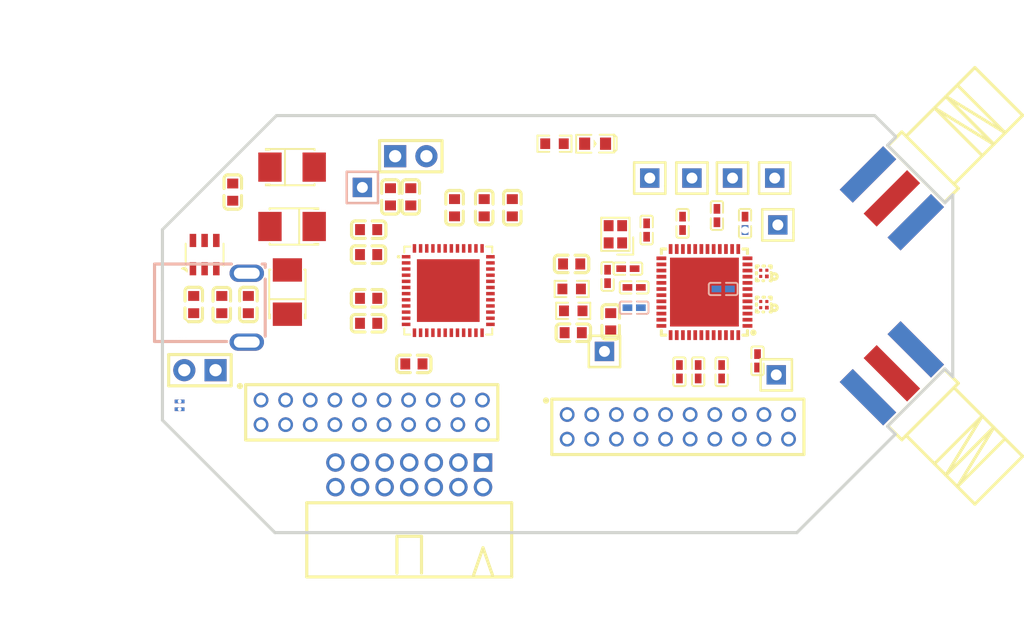
<source format=kicad_pcb>
(kicad_pcb (version 20221018) (generator pcbnew)
  (layers (0 "F.Cu" signal) (31 "B.Cu" signal) (34 "B.Paste" user) (35 "F.Paste" user) (36 "B.SilkS" user "B.Silkscreen") (37 "F.SilkS" user "F.Silkscreen") (38 "B.Mask" user) (39 "F.Mask" user) (44 "Edge.Cuts" user))
  (net 0 "")
  (footprint "AutoGenerated:Pad_0.30mm" (layer "F.Cu") (at 34.671 51.308)
    (fp_text reference "" (at 0 0) (layer "F.SilkS") (effects (font (size 1.27 1.27))))
    (fp_text value "" (at 0 0) (layer "F.SilkS") (effects (font (size 1.27 1.27))))
    (pad "49" thru_hole rect (at 0 0 90) (size 0.3 0.8) (drill 0.61) (layers "*.Cu" "*.Paste" "*.Mask"))
  )
  (footprint "easyeda:HDR-M-2.54_1X1" (layer "F.Cu") (at 83.058 33.147)
    (fp_text reference "J5" hide)
    (fp_text value "HDR-M-2.54_1x1" hide)
    (pad "1" thru_hole rect (at 0 0 270) (size 1.575 1.575) (drill 0.889) (layers "*.Cu" "*.Paste" "*.Mask"))
  )
  (footprint "easyeda:C0603" (layer "F.Cu") (at 53.721 48.26)
    (fp_text reference "C31" hide)
    (fp_text value "2.2uF" hide)
    (pad "1" smd rect (at -0.7 0) (size 0.8 0.9) (layers "F.Cu" "F.Paste" "F.Mask"))
    (pad "2" smd rect (at 0.7 0) (size 0.8 0.9) (layers "F.Cu" "F.Paste" "F.Mask"))
  )
  (footprint "easyeda:C0402" (layer "F.Cu") (at 78.359 36.195 90)
    (fp_text reference "C7" hide)
    (fp_text value "100pF" hide)
    (pad "1" smd rect (at -0.545 0 90) (size 0.79 0.54) (layers "F.Cu" "F.Paste" "F.Mask"))
    (pad "2" smd rect (at 0.545 0 90) (size 0.79 0.54) (layers "F.Cu" "F.Paste" "F.Mask"))
  )
  (footprint "easyeda:RF-SMA-SMD_HX-SMA-P-9631" (layer "F.Cu") (at 92.583 49.022 45)
    (fp_text reference "ANT_SMA1" hide)
    (fp_text value "HX-SMA-P-9631" hide)
    (fp_line (start -3.3 2.8) (end 3.3 2.8) (stroke (width 0.254)) (layer "Edge.Cuts"))
    (fp_line (start -3.3 3.7) (end -3.3 2.8) (stroke (width 0.254)) (layer "Edge.Cuts"))
    (fp_line (start 3.3 2.8) (end 3.3 3.7) (stroke (width 0.254)) (layer "Edge.Cuts"))
    (pad "1" smd rect (at -2.75 0 45) (size 1.5 5) (layers "F.Cu" "F.Paste" "F.Mask"))
    (pad "2" smd rect (at 2.75 0 45) (size 1.5 5) (layers "F.Cu" "F.Paste" "F.Mask"))
    (pad "3" smd rect (at -2.75 0 45) (size 1.5 5) (layers "B.Cu" "B.Paste" "B.Mask"))
    (pad "4" smd rect (at 2.75 0 45) (size 1.5 5) (layers "B.Cu" "B.Paste" "B.Mask"))
    (pad "5" smd rect (at 0 0 45) (size 1.5 5) (layers "F.Cu" "F.Paste" "F.Mask"))
  )
  (footprint "easyeda:R0603" (layer "F.Cu") (at 66.548 42.164 180)
    (fp_text reference "R1" hide)
    (fp_text value "1.2k" hide)
    (pad "1" smd rect (at -0.753 0 180) (size 0.806 0.864) (layers "F.Cu" "F.Paste" "F.Mask"))
    (pad "2" smd rect (at 0.753 0 180) (size 0.806 0.864) (layers "F.Cu" "F.Paste" "F.Mask"))
  )
  (footprint "easyeda:TQFN-48_L7.0-W7.0-P0.50-TL-EP5.6" (layer "F.Cu") (at 77.343 42.418 180)
    (fp_text reference "U5" hide)
    (fp_text value "-" hide)
    (pad "1" smd rect (at -3.5 -2.751 90) (size 0.3 0.8) (layers "F.Cu" "F.Paste" "F.Mask"))
    (pad "2" smd rect (at -3.5 -2.25 90) (size 0.3 0.8) (layers "F.Cu" "F.Paste" "F.Mask"))
    (pad "3" smd rect (at -3.5 -1.75 90) (size 0.3 0.8) (layers "F.Cu" "F.Paste" "F.Mask"))
    (pad "4" smd rect (at -3.5 -1.251 90) (size 0.3 0.8) (layers "F.Cu" "F.Paste" "F.Mask"))
    (pad "5" smd rect (at -3.5 -0.751 90) (size 0.3 0.8) (layers "F.Cu" "F.Paste" "F.Mask"))
    (pad "6" smd rect (at -3.5 -0.251 90) (size 0.3 0.8) (layers "F.Cu" "F.Paste" "F.Mask"))
    (pad "7" smd rect (at -3.5 0.249 90) (size 0.3 0.8) (layers "F.Cu" "F.Paste" "F.Mask"))
    (pad "8" smd rect (at -3.5 0.749 90) (size 0.3 0.8) (layers "F.Cu" "F.Paste" "F.Mask"))
    (pad "9" smd rect (at -3.5 1.25 90) (size 0.3 0.8) (layers "F.Cu" "F.Paste" "F.Mask"))
    (pad "10" smd rect (at -3.5 1.75 90) (size 0.3 0.8) (layers "F.Cu" "F.Paste" "F.Mask"))
    (pad "11" smd rect (at -3.5 2.249 90) (size 0.3 0.8) (layers "F.Cu" "F.Paste" "F.Mask"))
    (pad "12" smd rect (at -3.5 2.748 90) (size 0.3 0.8) (layers "F.Cu" "F.Paste" "F.Mask"))
    (pad "13" smd rect (at -2.751 3.5) (size 0.3 0.8) (layers "F.Cu" "F.Paste" "F.Mask"))
    (pad "14" smd rect (at -2.251 3.5) (size 0.3 0.8) (layers "F.Cu" "F.Paste" "F.Mask"))
    (pad "15" smd rect (at -1.75 3.5) (size 0.3 0.8) (layers "F.Cu" "F.Paste" "F.Mask"))
    (pad "16" smd rect (at -1.25 3.5) (size 0.3 0.8) (layers "F.Cu" "F.Paste" "F.Mask"))
    (pad "17" smd rect (at -0.75 3.5) (size 0.3 0.8) (layers "F.Cu" "F.Paste" "F.Mask"))
    (pad "18" smd rect (at -0.25 3.5) (size 0.3 0.8) (layers "F.Cu" "F.Paste" "F.Mask"))
    (pad "19" smd rect (at 0.249 3.5) (size 0.3 0.8) (layers "F.Cu" "F.Paste" "F.Mask"))
    (pad "20" smd rect (at 0.75 3.5) (size 0.3 0.8) (layers "F.Cu" "F.Paste" "F.Mask"))
    (pad "21" smd rect (at 1.25 3.5) (size 0.3 0.8) (layers "F.Cu" "F.Paste" "F.Mask"))
    (pad "22" smd rect (at 1.75 3.5) (size 0.3 0.8) (layers "F.Cu" "F.Paste" "F.Mask"))
    (pad "23" smd rect (at 2.251 3.5) (size 0.3 0.8) (layers "F.Cu" "F.Paste" "F.Mask"))
    (pad "24" smd rect (at 2.751 3.5) (size 0.3 0.8) (layers "F.Cu" "F.Paste" "F.Mask"))
    (pad "25" smd rect (at 3.5 2.748 90) (size 0.3 0.8) (layers "F.Cu" "F.Paste" "F.Mask"))
    (pad "26" smd rect (at 3.5 2.249 90) (size 0.3 0.8) (layers "F.Cu" "F.Paste" "F.Mask"))
    (pad "27" smd rect (at 3.5 1.75 90) (size 0.3 0.8) (layers "F.Cu" "F.Paste" "F.Mask"))
    (pad "28" smd rect (at 3.5 1.25 90) (size 0.3 0.8) (layers "F.Cu" "F.Paste" "F.Mask"))
    (pad "29" smd rect (at 3.5 0.749 90) (size 0.3 0.8) (layers "F.Cu" "F.Paste" "F.Mask"))
    (pad "30" smd rect (at 3.5 0.249 90) (size 0.3 0.8) (layers "F.Cu" "F.Paste" "F.Mask"))
    (pad "31" smd rect (at 3.5 -0.251 90) (size 0.3 0.8) (layers "F.Cu" "F.Paste" "F.Mask"))
    (pad "32" smd rect (at 3.5 -0.751 90) (size 0.3 0.8) (layers "F.Cu" "F.Paste" "F.Mask"))
    (pad "33" smd rect (at 3.5 -1.251 90) (size 0.3 0.8) (layers "F.Cu" "F.Paste" "F.Mask"))
    (pad "34" smd rect (at 3.5 -1.75 90) (size 0.3 0.8) (layers "F.Cu" "F.Paste" "F.Mask"))
    (pad "35" smd rect (at 3.5 -2.25 90) (size 0.3 0.8) (layers "F.Cu" "F.Paste" "F.Mask"))
    (pad "36" smd rect (at 3.5 -2.751 90) (size 0.3 0.8) (layers "F.Cu" "F.Paste" "F.Mask"))
    (pad "37" smd rect (at 2.751 -3.5) (size 0.3 0.8) (layers "F.Cu" "F.Paste" "F.Mask"))
    (pad "38" smd rect (at 2.251 -3.5) (size 0.3 0.8) (layers "F.Cu" "F.Paste" "F.Mask"))
    (pad "39" smd rect (at 1.75 -3.5) (size 0.3 0.8) (layers "F.Cu" "F.Paste" "F.Mask"))
    (pad "40" smd rect (at 1.25 -3.5) (size 0.3 0.8) (layers "F.Cu" "F.Paste" "F.Mask"))
    (pad "41" smd rect (at 0.75 -3.5) (size 0.3 0.8) (layers "F.Cu" "F.Paste" "F.Mask"))
    (pad "42" smd rect (at 0.25 -3.5) (size 0.3 0.8) (layers "F.Cu" "F.Paste" "F.Mask"))
    (pad "43" smd rect (at -0.25 -3.5) (size 0.3 0.8) (layers "F.Cu" "F.Paste" "F.Mask"))
    (pad "44" smd rect (at -0.75 -3.5) (size 0.3 0.8) (layers "F.Cu" "F.Paste" "F.Mask"))
    (pad "45" smd rect (at -1.25 -3.5) (size 0.3 0.8) (layers "F.Cu" "F.Paste" "F.Mask"))
    (pad "46" smd rect (at -1.75 -3.5) (size 0.3 0.8) (layers "F.Cu" "F.Paste" "F.Mask"))
    (pad "47" smd rect (at -2.251 -3.5) (size 0.3 0.8) (layers "F.Cu" "F.Paste" "F.Mask"))
    (pad "48" smd rect (at -2.751 -3.5) (size 0.3 0.8) (layers "F.Cu" "F.Paste" "F.Mask"))
    (pad "49" smd rect (at 0 -0.001) (size 5.6 5.6) (layers "F.Cu" "F.Paste" "F.Mask"))
  )
  (footprint "easyeda:C0402" (layer "F.Cu") (at 69.469 41.148 -90)
    (fp_text reference "C5" hide)
    (fp_text value "18pF" hide)
    (pad "1" smd rect (at -0.545 0 270) (size 0.79 0.54) (layers "F.Cu" "F.Paste" "F.Mask"))
    (pad "2" smd rect (at 0.545 0 270) (size 0.79 0.54) (layers "F.Cu" "F.Paste" "F.Mask"))
  )
  (footprint "easyeda:C0402" (layer "F.Cu") (at 75.311 48.895 90)
    (fp_text reference "C12" hide)
    (fp_text value "0.1u" hide)
    (pad "1" smd rect (at -0.545 0 90) (size 0.79 0.54) (layers "F.Cu" "F.Paste" "F.Mask"))
    (pad "2" smd rect (at 0.545 0 90) (size 0.79 0.54) (layers "F.Cu" "F.Paste" "F.Mask"))
  )
  (footprint "easyeda:C0603" (layer "F.Cu") (at 35.814 43.434 -90)
    (fp_text reference "C14" hide)
    (fp_text value "100nF" hide)
    (pad "1" smd rect (at -0.7 0 270) (size 0.8 0.9) (layers "F.Cu" "F.Paste" "F.Mask"))
    (pad "2" smd rect (at 0.7 0 270) (size 0.8 0.9) (layers "F.Cu" "F.Paste" "F.Mask"))
  )
  (footprint "easyeda:SOT-23-6_L2.9-W1.6-P0.95-LS2.8-BL" (layer "F.Cu") (at 36.703 39.37)
    (fp_text reference "U4" hide)
    (fp_text value "MAX8882EUTJJ" hide)
    (pad "1" smd rect (at -0.95 1.149) (size 0.532 1.072) (layers "F.Cu" "F.Paste" "F.Mask"))
    (pad "2" smd rect (at 0 1.149) (size 0.532 1.072) (layers "F.Cu" "F.Paste" "F.Mask"))
    (pad "3" smd rect (at 0.95 1.149) (size 0.532 1.072) (layers "F.Cu" "F.Paste" "F.Mask"))
    (pad "4" smd rect (at 0.95 -1.149) (size 0.532 1.072) (layers "F.Cu" "F.Paste" "F.Mask"))
    (pad "5" smd rect (at 0 -1.149) (size 0.532 1.072) (layers "F.Cu" "F.Paste" "F.Mask"))
    (pad "6" smd rect (at -0.95 -1.149) (size 0.532 1.072) (layers "F.Cu" "F.Paste" "F.Mask"))
  )
  (footprint "easyeda:C0402" (layer "F.Cu") (at 80.645 36.83 -90)
    (fp_text reference "C9" hide)
    (fp_text value "0.1u" hide)
    (pad "1" smd rect (at -0.545 0 270) (size 0.79 0.54) (layers "F.Cu" "F.Paste" "F.Mask"))
    (pad "2" thru_hole rect (at 0.545 0 270) (size 0.79 0.54) (drill 0.61) (layers "*.Cu" "*.Paste" "*.Mask"))
  )
  (footprint "easyeda:C0603" (layer "F.Cu") (at 38.989 34.29 -90)
    (fp_text reference "C33" hide)
    (fp_text value "100nF" hide)
    (pad "1" smd rect (at -0.7 0 270) (size 0.8 0.9) (layers "F.Cu" "F.Paste" "F.Mask"))
    (pad "2" smd rect (at 0.7 0 270) (size 0.8 0.9) (layers "F.Cu" "F.Paste" "F.Mask"))
  )
  (footprint "easyeda:C0603" (layer "F.Cu") (at 66.675 45.72 180)
    (fp_text reference "C23" hide)
    (fp_text value "68pF" hide)
    (pad "1" smd rect (at -0.7 0 180) (size 0.8 0.9) (layers "F.Cu" "F.Paste" "F.Mask"))
    (pad "2" smd rect (at 0.7 0 180) (size 0.8 0.9) (layers "F.Cu" "F.Paste" "F.Mask"))
  )
  (footprint "easyeda:XFMR-SMD_4P-L1.1-W1.1-P0.50-BL" (layer "F.Cu") (at 82.169 40.894 90)
    (fp_text reference "ANT_BALUN2" hide)
    (fp_text value "50TO100ohm" hide)
    (pad "1" smd rect (at -0.25 0.25 90) (size 0.3 0.3) (layers "F.Cu" "F.Paste" "F.Mask"))
    (pad "2" smd rect (at 0.25 0.25 90) (size 0.25 0.25) (layers "F.Cu" "F.Paste" "F.Mask"))
    (pad "3" smd rect (at 0.25 -0.25 90) (size 0.25 0.25) (layers "F.Cu" "F.Paste" "F.Mask"))
    (pad "4" smd rect (at -0.25 -0.25 90) (size 0.25 0.25) (layers "F.Cu" "F.Paste" "F.Mask"))
  )
  (footprint "easyeda:HDR-M-2.54_1X1" (layer "F.Cu") (at 72.898 33.147)
    (fp_text reference "J7" hide)
    (fp_text value "HDR-M-2.54_1x1" hide)
    (pad "1" thru_hole rect (at 0 0 270) (size 1.575 1.575) (drill 0.889) (layers "*.Cu" "*.Paste" "*.Mask"))
  )
  (footprint "easyeda:DC-IN-TH_DC-047B-13A" (layer "F.Cu") (at 40.132 43.688 180)
    (fp_text reference "DC1" hide)
    (fp_text value "DC-047B-13A" hide)
    (pad "" np_thru_hole circle (at 5.502 -1.651) (size 1.6 1.6) (drill 1.6) (layers "F&B.Cu" "*.Mask"))
    (pad "" np_thru_hole circle (at 5.502 2.349) (size 1.6 1.6) (drill 1.6) (layers "F&B.Cu" "*.Mask"))
    (pad "1" thru_hole oval (at 0 -2.8 90) (size 1.4 2.8) (drill oval 0.9 2.1) (layers "*.Cu" "*.Paste" "*.Mask"))
    (pad "2" thru_hole oval (at 0 2.8 90) (size 1.4 2.8) (drill oval 0.9 2.1) (layers "*.Cu" "*.Paste" "*.Mask"))
  )
  (footprint "easyeda:C0603" (layer "F.Cu") (at 50.038 37.338 180)
    (fp_text reference "C19" hide)
    (fp_text value ".33uF" hide)
    (pad "1" smd rect (at -0.7 0 180) (size 0.8 0.9) (layers "F.Cu" "F.Paste" "F.Mask"))
    (pad "2" smd rect (at 0.7 0 180) (size 0.8 0.9) (layers "F.Cu" "F.Paste" "F.Mask"))
  )
  (footprint "easyeda:C0402" (layer "F.Cu") (at 72.644 37.375 90)
    (fp_text reference "C6" hide)
    (fp_text value "10uF" hide)
    (pad "1" smd rect (at -0.545 0 90) (size 0.79 0.54) (layers "F.Cu" "F.Paste" "F.Mask"))
    (pad "2" smd rect (at 0.545 0 90) (size 0.79 0.54) (layers "F.Cu" "F.Paste" "F.Mask"))
  )
  (footprint "easyeda:CAP-SMD_L3.5-W2.8-FD" (layer "F.Cu") (at 43.815 32.258)
    (fp_text reference "C17" hide)
    (fp_text value "10uF" hide)
    (pad "1" smd rect (at -1.799 0) (size 1.9 2.376) (layers "F.Cu" "F.Paste" "F.Mask"))
    (pad "2" smd rect (at 1.799 0) (size 1.9 2.376) (layers "F.Cu" "F.Paste" "F.Mask"))
  )
  (footprint "easyeda:CAP-SMD_L3.5-W2.8-FD" (layer "F.Cu") (at 43.815 37.084 180)
    (fp_text reference "C16" hide)
    (fp_text value "10uF" hide)
    (pad "1" smd rect (at -1.799 0 180) (size 1.9 2.376) (layers "F.Cu" "F.Paste" "F.Mask"))
    (pad "2" smd rect (at 1.799 0 180) (size 1.9 2.376) (layers "F.Cu" "F.Paste" "F.Mask"))
  )
  (footprint "easyeda:C0402" (layer "F.Cu") (at 71.628 42.037)
    (fp_text reference "C4" hide)
    (fp_text value "33pF" hide)
    (pad "1" smd rect (at -0.545 0) (size 0.79 0.54) (layers "F.Cu" "F.Paste" "F.Mask"))
    (pad "2" smd rect (at 0.545 0) (size 0.79 0.54) (layers "F.Cu" "F.Paste" "F.Mask"))
  )
  (footprint "easyeda:R0603" (layer "F.Cu") (at 66.675 43.942)
    (fp_text reference "R2" hide)
    (fp_text value "750pF" hide)
    (pad "1" smd rect (at -0.753 0) (size 0.806 0.864) (layers "F.Cu" "F.Paste" "F.Mask"))
    (pad "2" smd rect (at 0.753 0) (size 0.806 0.864) (layers "F.Cu" "F.Paste" "F.Mask"))
  )
  (footprint "easyeda:C0402" (layer "F.Cu") (at 78.74 48.895 90)
    (fp_text reference "C8" hide)
    (fp_text value "0.1u" hide)
    (pad "1" smd rect (at -0.545 0 90) (size 0.79 0.54) (layers "F.Cu" "F.Paste" "F.Mask"))
    (pad "2" smd rect (at 0.545 0 90) (size 0.79 0.54) (layers "F.Cu" "F.Paste" "F.Mask"))
  )
  (footprint "easyeda:HDR-M-2.54_1X1" (layer "F.Cu") (at 83.312 36.957)
    (fp_text reference "J1" hide)
    (fp_text value "HDR-M-2.54_1x1" hide)
    (pad "1" thru_hole rect (at 0 0 270) (size 1.575 1.575) (drill 0.889) (layers "*.Cu" "*.Paste" "*.Mask"))
  )
  (footprint "easyeda:HDR-M-2.54_1X1" (layer "F.Cu") (at 49.53 33.909)
    (fp_text reference "CLK1" hide)
    (fp_text value "HDR-M-2.54_1x1" hide)
    (pad "1" thru_hole rect (at 0 0 90) (size 1.575 1.575) (drill 0.889) (layers "*.Cu" "*.Paste" "*.Mask"))
  )
  (footprint "easyeda:C0603" (layer "F.Cu") (at 69.723 44.831 90)
    (fp_text reference "C21" hide)
    (fp_text value "100pF" hide)
    (pad "1" smd rect (at -0.7 0 90) (size 0.8 0.9) (layers "F.Cu" "F.Paste" "F.Mask"))
    (pad "2" smd rect (at 0.7 0 90) (size 0.8 0.9) (layers "F.Cu" "F.Paste" "F.Mask"))
  )
  (footprint "easyeda:C0603" (layer "F.Cu") (at 40.259 43.434 -90)
    (fp_text reference "C36" hide)
    (fp_text value "100nF" hide)
    (pad "1" smd rect (at -0.7 0 270) (size 0.8 0.9) (layers "F.Cu" "F.Paste" "F.Mask"))
    (pad "2" smd rect (at 0.7 0 270) (size 0.8 0.9) (layers "F.Cu" "F.Paste" "F.Mask"))
  )
  (footprint "easyeda:C0603" (layer "F.Cu") (at 38.1 43.434 90)
    (fp_text reference "C35" hide)
    (fp_text value "10nF" hide)
    (pad "1" smd rect (at -0.7 0 90) (size 0.8 0.9) (layers "F.Cu" "F.Paste" "F.Mask"))
    (pad "2" smd rect (at 0.7 0 90) (size 0.8 0.9) (layers "F.Cu" "F.Paste" "F.Mask"))
  )
  (footprint "easyeda:C0402" (layer "F.Cu") (at 76.835 48.895 90)
    (fp_text reference "C10" hide)
    (fp_text value "0.1u" hide)
    (pad "1" smd rect (at -0.545 0 90) (size 0.79 0.54) (layers "F.Cu" "F.Paste" "F.Mask"))
    (pad "2" smd rect (at 0.545 0 90) (size 0.79 0.54) (layers "F.Cu" "F.Paste" "F.Mask"))
  )
  (footprint "easyeda:HDR-M-2.54_1X1" (layer "F.Cu") (at 83.185 49.149)
    (fp_text reference "J2" hide)
    (fp_text value "HDR-M-2.54_1x1" hide)
    (pad "1" thru_hole rect (at 0 0 270) (size 1.575 1.575) (drill 0.889) (layers "*.Cu" "*.Paste" "*.Mask"))
  )
  (footprint "easyeda:CAP-SMD_L3.5-W2.8-FD" (layer "F.Cu") (at 43.434 42.418 90)
    (fp_text reference "C15" hide)
    (fp_text value "10uF" hide)
    (pad "1" smd rect (at -1.799 0 90) (size 1.9 2.376) (layers "F.Cu" "F.Paste" "F.Mask"))
    (pad "2" smd rect (at 1.799 0 90) (size 1.9 2.376) (layers "F.Cu" "F.Paste" "F.Mask"))
  )
  (footprint "easyeda:XFMR-SMD_4P-L1.1-W1.1-P0.50-BL" (layer "F.Cu") (at 82.169 43.434 90)
    (fp_text reference "ANT_BALUN1" hide)
    (fp_text value "50TO100ohm" hide)
    (pad "1" smd rect (at -0.25 0.25 90) (size 0.3 0.3) (layers "F.Cu" "F.Paste" "F.Mask"))
    (pad "2" smd rect (at 0.25 0.25 90) (size 0.25 0.25) (layers "F.Cu" "F.Paste" "F.Mask"))
    (pad "3" smd rect (at 0.25 -0.25 90) (size 0.25 0.25) (layers "F.Cu" "F.Paste" "F.Mask"))
    (pad "4" smd rect (at -0.25 -0.25 90) (size 0.25 0.25) (layers "F.Cu" "F.Paste" "F.Mask"))
  )
  (footprint "easyeda:HDR-TH_2P-P2.54-V-M-1" (layer "F.Cu") (at 53.467 31.369)
    (fp_text reference "U6" hide)
    (fp_text value "JUMPER2" hide)
    (pad "1" thru_hole rect (at -1.27 0) (size 1.8 1.8) (drill 1) (layers "*.Cu" "*.Paste" "*.Mask"))
    (pad "2" thru_hole circle (at 1.27 0) (size 1.8 1.8) (drill 1) (layers "*.Cu" "*.Paste" "*.Mask"))
  )
  (footprint "easyeda:C0603" (layer "F.Cu") (at 59.436 35.56 -90)
    (fp_text reference "C26" hide)
    (fp_text value "2.2uF" hide)
    (pad "1" smd rect (at -0.7 0 270) (size 0.8 0.9) (layers "F.Cu" "F.Paste" "F.Mask"))
    (pad "2" smd rect (at 0.7 0 270) (size 0.8 0.9) (layers "F.Cu" "F.Paste" "F.Mask"))
  )
  (footprint "easyeda:HDR-TH_2P-P2.54-V-M-1" (layer "F.Cu") (at 36.322 48.768 180)
    (fp_text reference "U7" hide)
    (fp_text value "JUMPER2" hide)
    (pad "1" thru_hole rect (at -1.27 0 180) (size 1.8 1.8) (drill 1) (layers "*.Cu" "*.Paste" "*.Mask"))
    (pad "2" thru_hole circle (at 1.27 0 180) (size 1.8 1.8) (drill 1) (layers "*.Cu" "*.Paste" "*.Mask"))
  )
  (footprint "easyeda:C0402" (layer "F.Cu") (at 81.661 48.006 90)
    (fp_text reference "C1" hide)
    (fp_text value "0.1u" hide)
    (pad "1" smd rect (at -0.545 0 90) (size 0.79 0.54) (layers "F.Cu" "F.Paste" "F.Mask"))
    (pad "2" smd rect (at 0.545 0 90) (size 0.79 0.54) (layers "F.Cu" "F.Paste" "F.Mask"))
  )
  (footprint "easyeda:C0402" (layer "F.Cu") (at 71.12 40.513 180)
    (fp_text reference "C3" hide)
    (fp_text value "1000pF" hide)
    (pad "1" smd rect (at -0.545 0 180) (size 0.79 0.54) (layers "F.Cu" "F.Paste" "F.Mask"))
    (pad "2" smd rect (at 0.545 0 180) (size 0.79 0.54) (layers "F.Cu" "F.Paste" "F.Mask"))
  )
  (footprint "easyeda:CONN-TH_2X10P-P2.00_KINGHELM_KH-2FH-2X10P-H4.3" (layer "F.Cu") (at 50.292 52.197)
    (fp_text reference "U3" hide)
    (fp_text value "2×10CH2.0" hide)
    (pad "1" thru_hole circle (at -9 -1) (size 1.2 1.2) (drill 0.8) (layers "*.Cu" "*.Paste" "*.Mask"))
    (pad "2" thru_hole circle (at -9 1) (size 1.2 1.2) (drill 0.8) (layers "*.Cu" "*.Paste" "*.Mask"))
    (pad "3" thru_hole circle (at -7 -1) (size 1.2 1.2) (drill 0.8) (layers "*.Cu" "*.Paste" "*.Mask"))
    (pad "4" thru_hole circle (at -7 1) (size 1.2 1.2) (drill 0.8) (layers "*.Cu" "*.Paste" "*.Mask"))
    (pad "5" thru_hole circle (at -5 -1) (size 1.2 1.2) (drill 0.8) (layers "*.Cu" "*.Paste" "*.Mask"))
    (pad "6" thru_hole circle (at -5 1) (size 1.2 1.2) (drill 0.8) (layers "*.Cu" "*.Paste" "*.Mask"))
    (pad "7" thru_hole circle (at -3 -1) (size 1.2 1.2) (drill 0.8) (layers "*.Cu" "*.Paste" "*.Mask"))
    (pad "8" thru_hole circle (at -3 1) (size 1.2 1.2) (drill 0.8) (layers "*.Cu" "*.Paste" "*.Mask"))
    (pad "9" thru_hole circle (at -1 -1) (size 1.2 1.2) (drill 0.8) (layers "*.Cu" "*.Paste" "*.Mask"))
    (pad "10" thru_hole circle (at -1 1) (size 1.2 1.2) (drill 0.8) (layers "*.Cu" "*.Paste" "*.Mask"))
    (pad "11" thru_hole circle (at 1 -1) (size 1.2 1.2) (drill 0.8) (layers "*.Cu" "*.Paste" "*.Mask"))
    (pad "12" thru_hole circle (at 1 1) (size 1.2 1.2) (drill 0.8) (layers "*.Cu" "*.Paste" "*.Mask"))
    (pad "13" thru_hole circle (at 3 -1) (size 1.2 1.2) (drill 0.8) (layers "*.Cu" "*.Paste" "*.Mask"))
    (pad "14" thru_hole circle (at 3 1) (size 1.2 1.2) (drill 0.8) (layers "*.Cu" "*.Paste" "*.Mask"))
    (pad "15" thru_hole circle (at 5 -1) (size 1.2 1.2) (drill 0.8) (layers "*.Cu" "*.Paste" "*.Mask"))
    (pad "16" thru_hole circle (at 5 1) (size 1.2 1.2) (drill 0.8) (layers "*.Cu" "*.Paste" "*.Mask"))
    (pad "17" thru_hole circle (at 7 -1) (size 1.2 1.2) (drill 0.8) (layers "*.Cu" "*.Paste" "*.Mask"))
    (pad "18" thru_hole circle (at 7 1) (size 1.2 1.2) (drill 0.8) (layers "*.Cu" "*.Paste" "*.Mask"))
    (pad "19" thru_hole circle (at 9 -1) (size 1.2 1.2) (drill 0.8) (layers "*.Cu" "*.Paste" "*.Mask"))
    (pad "20" thru_hole circle (at 9 1) (size 1.2 1.2) (drill 0.8) (layers "*.Cu" "*.Paste" "*.Mask"))
  )
  (footprint "easyeda:LED0603_RED" (layer "F.Cu") (at 68.453 30.353)
    (fp_text reference "LED1" hide)
    (fp_text value "LED-0603_R" hide)
    (pad "1" smd rect (at -0.85 0 270) (size 1 0.9) (layers "F.Cu" "F.Paste" "F.Mask"))
    (pad "2" smd rect (at 0.85 0 270) (size 1 0.9) (layers "F.Cu" "F.Paste" "F.Mask"))
  )
  (footprint "easyeda:CONN-TH_A2005WR-N-2X7P-B" (layer "F.Cu") (at 53.34 57.277 180)
    (fp_text reference "SYS_CTRL" hide)
    (fp_text value "A2005WR-N-2X7P-B" hide)
    (pad "1" thru_hole rect (at -6 1 180) (size 1.5 1.5) (drill 1) (layers "*.Cu" "*.Paste" "*.Mask"))
    (pad "2" thru_hole circle (at -6 -1 180) (size 1.5 1.5) (drill 1) (layers "*.Cu" "*.Paste" "*.Mask"))
    (pad "3" thru_hole circle (at -4 1 180) (size 1.5 1.5) (drill 1) (layers "*.Cu" "*.Paste" "*.Mask"))
    (pad "4" thru_hole circle (at -4 -1 180) (size 1.5 1.5) (drill 1) (layers "*.Cu" "*.Paste" "*.Mask"))
    (pad "5" thru_hole circle (at -2 1 180) (size 1.5 1.5) (drill 1) (layers "*.Cu" "*.Paste" "*.Mask"))
    (pad "6" thru_hole circle (at -2 -1 180) (size 1.5 1.5) (drill 1) (layers "*.Cu" "*.Paste" "*.Mask"))
    (pad "7" thru_hole circle (at 0 1 180) (size 1.5 1.5) (drill 1) (layers "*.Cu" "*.Paste" "*.Mask"))
    (pad "8" thru_hole circle (at 0 -1 180) (size 1.5 1.5) (drill 1) (layers "*.Cu" "*.Paste" "*.Mask"))
    (pad "9" thru_hole circle (at 2 1 180) (size 1.5 1.5) (drill 1) (layers "*.Cu" "*.Paste" "*.Mask"))
    (pad "10" thru_hole circle (at 2 -1 180) (size 1.5 1.5) (drill 1) (layers "*.Cu" "*.Paste" "*.Mask"))
    (pad "11" thru_hole circle (at 4 1 180) (size 1.5 1.5) (drill 1) (layers "*.Cu" "*.Paste" "*.Mask"))
    (pad "12" thru_hole circle (at 4 -1 180) (size 1.5 1.5) (drill 1) (layers "*.Cu" "*.Paste" "*.Mask"))
    (pad "13" thru_hole circle (at 6 1 180) (size 1.5 1.5) (drill 1) (layers "*.Cu" "*.Paste" "*.Mask"))
    (pad "14" thru_hole circle (at 6 -1 180) (size 1.5 1.5) (drill 1) (layers "*.Cu" "*.Paste" "*.Mask"))
  )
  (footprint "easyeda:C0603" (layer "F.Cu") (at 57.023 35.56 -90)
    (fp_text reference "C27" hide)
    (fp_text value "2.2uF" hide)
    (pad "1" smd rect (at -0.7 0 270) (size 0.8 0.9) (layers "F.Cu" "F.Paste" "F.Mask"))
    (pad "2" smd rect (at 0.7 0 270) (size 0.8 0.9) (layers "F.Cu" "F.Paste" "F.Mask"))
  )
  (footprint "easyeda:C0402" (layer "F.Cu") (at 75.565 36.83 -90)
    (fp_text reference "C11" hide)
    (fp_text value "0.1u" hide)
    (pad "1" smd rect (at -0.545 0 270) (size 0.79 0.54) (layers "F.Cu" "F.Paste" "F.Mask"))
    (pad "2" smd rect (at 0.545 0 270) (size 0.79 0.54) (layers "F.Cu" "F.Paste" "F.Mask"))
  )
  (footprint "AutoGenerated:Pad_0.30mm" (layer "F.Cu") (at 34.671 51.943)
    (fp_text reference "" (at 0 0) (layer "F.SilkS") (effects (font (size 1.27 1.27))))
    (fp_text value "" (at 0 0) (layer "F.SilkS") (effects (font (size 1.27 1.27))))
    (pad "50" thru_hole rect (at 0 0 90) (size 0.3 0.8) (drill 0.61) (layers "*.Cu" "*.Paste" "*.Mask"))
  )
  (footprint "easyeda:C0603" (layer "F.Cu") (at 51.816 34.671 90)
    (fp_text reference "C20" hide)
    (fp_text value ".33uF" hide)
    (pad "1" smd rect (at -0.7 0 90) (size 0.8 0.9) (layers "F.Cu" "F.Paste" "F.Mask"))
    (pad "2" smd rect (at 0.7 0 90) (size 0.8 0.9) (layers "F.Cu" "F.Paste" "F.Mask"))
  )
  (footprint "easyeda:C0603" (layer "F.Cu") (at 66.548 40.132)
    (fp_text reference "C22" hide)
    (fp_text value "2200pF" hide)
    (pad "1" smd rect (at -0.7 0) (size 0.8 0.9) (layers "F.Cu" "F.Paste" "F.Mask"))
    (pad "2" smd rect (at 0.7 0) (size 0.8 0.9) (layers "F.Cu" "F.Paste" "F.Mask"))
  )
  (footprint "easyeda:CRYSTAL-SMD_4P-L2.0-W1.6-BL" (layer "F.Cu") (at 70.104 37.719 90)
    (fp_text reference "X3" hide)
    (fp_text value "40MHz" hide)
    (pad "1" smd rect (at -0.7 0.55 90) (size 0.9 0.8) (layers "F.Cu" "F.Paste" "F.Mask"))
    (pad "2" smd rect (at 0.7 0.55 90) (size 0.9 0.8) (layers "F.Cu" "F.Paste" "F.Mask"))
    (pad "3" smd rect (at 0.7 -0.55 90) (size 0.9 0.8) (layers "F.Cu" "F.Paste" "F.Mask"))
    (pad "4" smd rect (at -0.7 -0.55 90) (size 0.9 0.8) (layers "F.Cu" "F.Paste" "F.Mask"))
  )
  (footprint "easyeda:C0402" (layer "F.Cu") (at 78.867 42.164 180)
    (fp_text reference "C13" hide)
    (fp_text value "0.1u" hide)
    (pad "1" smd rect (at 0.545 0 180) (size 0.79 0.54) (layers "B.Cu" "B.Paste" "B.Mask"))
    (pad "2" smd rect (at -0.545 0 180) (size 0.79 0.54) (layers "B.Cu" "B.Paste" "B.Mask"))
  )
  (footprint "easyeda:C0603" (layer "F.Cu") (at 61.722 35.56 -90)
    (fp_text reference "C29" hide)
    (fp_text value "2.2uF" hide)
    (pad "1" smd rect (at -0.7 0 270) (size 0.8 0.9) (layers "F.Cu" "F.Paste" "F.Mask"))
    (pad "2" smd rect (at 0.7 0 270) (size 0.8 0.9) (layers "F.Cu" "F.Paste" "F.Mask"))
  )
  (footprint "easyeda:C0603" (layer "F.Cu") (at 50.038 42.926)
    (fp_text reference "C39" hide)
    (fp_text value "2.2uF" hide)
    (pad "1" smd rect (at -0.7 0) (size 0.8 0.9) (layers "F.Cu" "F.Paste" "F.Mask"))
    (pad "2" smd rect (at 0.7 0) (size 0.8 0.9) (layers "F.Cu" "F.Paste" "F.Mask"))
  )
  (footprint "easyeda:C0603" (layer "F.Cu") (at 53.467 34.671 90)
    (fp_text reference "C24" hide)
    (fp_text value ".1uF" hide)
    (pad "1" smd rect (at -0.7 0 90) (size 0.8 0.9) (layers "F.Cu" "F.Paste" "F.Mask"))
    (pad "2" smd rect (at 0.7 0 90) (size 0.8 0.9) (layers "F.Cu" "F.Paste" "F.Mask"))
  )
  (footprint "easyeda:RF-SMA-SMD_HX-SMA-P-9631" (layer "F.Cu") (at 92.583 34.798 135)
    (fp_text reference "ANT_SMA2" hide)
    (fp_text value "HX-SMA-P-9631" hide)
    (fp_line (start -3.3 2.8) (end 3.3 2.8) (stroke (width 0.254)) (layer "Edge.Cuts"))
    (fp_line (start -3.3 3.7) (end -3.3 2.8) (stroke (width 0.254)) (layer "Edge.Cuts"))
    (fp_line (start 3.3 2.8) (end 3.3 3.7) (stroke (width 0.254)) (layer "Edge.Cuts"))
    (pad "1" smd rect (at -2.75 0 135) (size 1.5 5) (layers "F.Cu" "F.Paste" "F.Mask"))
    (pad "2" smd rect (at 2.75 0 135) (size 1.5 5) (layers "F.Cu" "F.Paste" "F.Mask"))
    (pad "3" smd rect (at -2.75 0 135) (size 1.5 5) (layers "B.Cu" "B.Paste" "B.Mask"))
    (pad "4" smd rect (at 2.75 0 135) (size 1.5 5) (layers "B.Cu" "B.Paste" "B.Mask"))
    (pad "5" smd rect (at 0 0 135) (size 1.5 5) (layers "F.Cu" "F.Paste" "F.Mask"))
  )
  (footprint "easyeda:QFN-48_L7.0-W7.0-P0.50-BL-EP5.1" (layer "F.Cu") (at 56.515 42.295 -90)
    (fp_text reference "U1" hide)
    (fp_text value "MAX5864ETM+" hide)
    (pad "1" smd rect (at -2.75 3.427 270) (size 0.28 0.7) (layers "F.Cu" "F.Paste" "F.Mask"))
    (pad "2" smd rect (at -2.25 3.427 270) (size 0.28 0.7) (layers "F.Cu" "F.Paste" "F.Mask"))
    (pad "3" smd rect (at -1.75 3.427 270) (size 0.28 0.7) (layers "F.Cu" "F.Paste" "F.Mask"))
    (pad "4" smd rect (at -1.25 3.427 270) (size 0.28 0.7) (layers "F.Cu" "F.Paste" "F.Mask"))
    (pad "5" smd rect (at -0.75 3.427 270) (size 0.28 0.7) (layers "F.Cu" "F.Paste" "F.Mask"))
    (pad "6" smd rect (at -0.25 3.427 270) (size 0.28 0.7) (layers "F.Cu" "F.Paste" "F.Mask"))
    (pad "7" smd rect (at 0.25 3.427 270) (size 0.28 0.7) (layers "F.Cu" "F.Paste" "F.Mask"))
    (pad "8" smd rect (at 0.75 3.427 270) (size 0.28 0.7) (layers "F.Cu" "F.Paste" "F.Mask"))
    (pad "9" smd rect (at 1.25 3.427 270) (size 0.28 0.7) (layers "F.Cu" "F.Paste" "F.Mask"))
    (pad "10" smd rect (at 1.75 3.427 270) (size 0.28 0.7) (layers "F.Cu" "F.Paste" "F.Mask"))
    (pad "11" smd rect (at 2.25 3.427 270) (size 0.28 0.7) (layers "F.Cu" "F.Paste" "F.Mask"))
    (pad "12" smd rect (at 2.75 3.427 270) (size 0.28 0.7) (layers "F.Cu" "F.Paste" "F.Mask"))
    (pad "13" smd rect (at 3.428 2.75 270) (size 0.7 0.28) (layers "F.Cu" "F.Paste" "F.Mask"))
    (pad "14" smd rect (at 3.428 2.25 270) (size 0.7 0.28) (layers "F.Cu" "F.Paste" "F.Mask"))
    (pad "15" smd rect (at 3.428 1.75 270) (size 0.7 0.28) (layers "F.Cu" "F.Paste" "F.Mask"))
    (pad "16" smd rect (at 3.428 1.25 270) (size 0.7 0.28) (layers "F.Cu" "F.Paste" "F.Mask"))
    (pad "17" smd rect (at 3.428 0.75 270) (size 0.7 0.28) (layers "F.Cu" "F.Paste" "F.Mask"))
    (pad "18" smd rect (at 3.428 0.25 270) (size 0.7 0.28) (layers "F.Cu" "F.Paste" "F.Mask"))
    (pad "19" smd rect (at 3.428 -0.25 270) (size 0.7 0.28) (layers "F.Cu" "F.Paste" "F.Mask"))
    (pad "20" smd rect (at 3.428 -0.75 270) (size 0.7 0.28) (layers "F.Cu" "F.Paste" "F.Mask"))
    (pad "21" smd rect (at 3.428 -1.25 270) (size 0.7 0.28) (layers "F.Cu" "F.Paste" "F.Mask"))
    (pad "22" smd rect (at 3.428 -1.75 270) (size 0.7 0.28) (layers "F.Cu" "F.Paste" "F.Mask"))
    (pad "23" smd rect (at 3.428 -2.25 270) (size 0.7 0.28) (layers "F.Cu" "F.Paste" "F.Mask"))
    (pad "24" smd rect (at 3.428 -2.75 270) (size 0.7 0.28) (layers "F.Cu" "F.Paste" "F.Mask"))
    (pad "25" smd rect (at 2.75 -3.427 270) (size 0.28 0.7) (layers "F.Cu" "F.Paste" "F.Mask"))
    (pad "26" smd rect (at 2.25 -3.427 270) (size 0.28 0.7) (layers "F.Cu" "F.Paste" "F.Mask"))
    (pad "27" smd rect (at 1.75 -3.427 270) (size 0.28 0.7) (layers "F.Cu" "F.Paste" "F.Mask"))
    (pad "28" smd rect (at 1.25 -3.427 270) (size 0.28 0.7) (layers "F.Cu" "F.Paste" "F.Mask"))
    (pad "29" smd rect (at 0.75 -3.427 270) (size 0.28 0.7) (layers "F.Cu" "F.Paste" "F.Mask"))
    (pad "30" smd rect (at 0.25 -3.427 270) (size 0.28 0.7) (layers "F.Cu" "F.Paste" "F.Mask"))
    (pad "31" smd rect (at -0.25 -3.427 270) (size 0.28 0.7) (layers "F.Cu" "F.Paste" "F.Mask"))
    (pad "32" smd rect (at -0.75 -3.427 270) (size 0.28 0.7) (layers "F.Cu" "F.Paste" "F.Mask"))
    (pad "33" smd rect (at -1.25 -3.427 270) (size 0.28 0.7) (layers "F.Cu" "F.Paste" "F.Mask"))
    (pad "34" smd rect (at -1.75 -3.427 270) (size 0.28 0.7) (layers "F.Cu" "F.Paste" "F.Mask"))
    (pad "35" smd rect (at -2.25 -3.427 270) (size 0.28 0.7) (layers "F.Cu" "F.Paste" "F.Mask"))
    (pad "36" smd rect (at -2.75 -3.427 270) (size 0.28 0.7) (layers "F.Cu" "F.Paste" "F.Mask"))
    (pad "37" smd rect (at -3.427 -2.75 270) (size 0.7 0.28) (layers "F.Cu" "F.Paste" "F.Mask"))
    (pad "38" smd rect (at -3.427 -2.25 270) (size 0.7 0.28) (layers "F.Cu" "F.Paste" "F.Mask"))
    (pad "39" smd rect (at -3.427 -1.75 270) (size 0.7 0.28) (layers "F.Cu" "F.Paste" "F.Mask"))
    (pad "40" smd rect (at -3.427 -1.25 270) (size 0.7 0.28) (layers "F.Cu" "F.Paste" "F.Mask"))
    (pad "41" smd rect (at -3.427 -0.75 270) (size 0.7 0.28) (layers "F.Cu" "F.Paste" "F.Mask"))
    (pad "42" smd rect (at -3.427 -0.25 270) (size 0.7 0.28) (layers "F.Cu" "F.Paste" "F.Mask"))
    (pad "43" smd rect (at -3.427 0.25 270) (size 0.7 0.28) (layers "F.Cu" "F.Paste" "F.Mask"))
    (pad "44" smd rect (at -3.427 0.75 270) (size 0.7 0.28) (layers "F.Cu" "F.Paste" "F.Mask"))
    (pad "45" smd rect (at -3.427 1.25 270) (size 0.7 0.28) (layers "F.Cu" "F.Paste" "F.Mask"))
    (pad "46" smd rect (at -3.427 1.75 270) (size 0.7 0.28) (layers "F.Cu" "F.Paste" "F.Mask"))
    (pad "47" smd rect (at -3.427 2.25 270) (size 0.7 0.28) (layers "F.Cu" "F.Paste" "F.Mask"))
    (pad "48" smd rect (at -3.427 2.75 270) (size 0.7 0.28) (layers "F.Cu" "F.Paste" "F.Mask"))
    (pad "49" smd rect (at 0 0 270) (size 5.1 5.1) (layers "F.Cu" "F.Paste" "F.Mask"))
  )
  (footprint "easyeda:CONN-TH_2X10P-P2.00_KINGHELM_KH-2FH-2X10P-H4.3" (layer "F.Cu") (at 75.184 53.376)
    (fp_text reference "U2" hide)
    (fp_text value "2×10CH2.0" hide)
    (pad "1" thru_hole circle (at -9 -1) (size 1.2 1.2) (drill 0.8) (layers "*.Cu" "*.Paste" "*.Mask"))
    (pad "2" thru_hole circle (at -9 1) (size 1.2 1.2) (drill 0.8) (layers "*.Cu" "*.Paste" "*.Mask"))
    (pad "3" thru_hole circle (at -7 -1) (size 1.2 1.2) (drill 0.8) (layers "*.Cu" "*.Paste" "*.Mask"))
    (pad "4" thru_hole circle (at -7 1) (size 1.2 1.2) (drill 0.8) (layers "*.Cu" "*.Paste" "*.Mask"))
    (pad "5" thru_hole circle (at -5 -1) (size 1.2 1.2) (drill 0.8) (layers "*.Cu" "*.Paste" "*.Mask"))
    (pad "6" thru_hole circle (at -5 1) (size 1.2 1.2) (drill 0.8) (layers "*.Cu" "*.Paste" "*.Mask"))
    (pad "7" thru_hole circle (at -3 -1) (size 1.2 1.2) (drill 0.8) (layers "*.Cu" "*.Paste" "*.Mask"))
    (pad "8" thru_hole circle (at -3 1) (size 1.2 1.2) (drill 0.8) (layers "*.Cu" "*.Paste" "*.Mask"))
    (pad "9" thru_hole circle (at -1 -1) (size 1.2 1.2) (drill 0.8) (layers "*.Cu" "*.Paste" "*.Mask"))
    (pad "10" thru_hole circle (at -1 1) (size 1.2 1.2) (drill 0.8) (layers "*.Cu" "*.Paste" "*.Mask"))
    (pad "11" thru_hole circle (at 1 -1) (size 1.2 1.2) (drill 0.8) (layers "*.Cu" "*.Paste" "*.Mask"))
    (pad "12" thru_hole circle (at 1 1) (size 1.2 1.2) (drill 0.8) (layers "*.Cu" "*.Paste" "*.Mask"))
    (pad "13" thru_hole circle (at 3 -1) (size 1.2 1.2) (drill 0.8) (layers "*.Cu" "*.Paste" "*.Mask"))
    (pad "14" thru_hole circle (at 3 1) (size 1.2 1.2) (drill 0.8) (layers "*.Cu" "*.Paste" "*.Mask"))
    (pad "15" thru_hole circle (at 5 -1) (size 1.2 1.2) (drill 0.8) (layers "*.Cu" "*.Paste" "*.Mask"))
    (pad "16" thru_hole circle (at 5 1) (size 1.2 1.2) (drill 0.8) (layers "*.Cu" "*.Paste" "*.Mask"))
    (pad "17" thru_hole circle (at 7 -1) (size 1.2 1.2) (drill 0.8) (layers "*.Cu" "*.Paste" "*.Mask"))
    (pad "18" thru_hole circle (at 7 1) (size 1.2 1.2) (drill 0.8) (layers "*.Cu" "*.Paste" "*.Mask"))
    (pad "19" thru_hole circle (at 9 -1) (size 1.2 1.2) (drill 0.8) (layers "*.Cu" "*.Paste" "*.Mask"))
    (pad "20" thru_hole circle (at 9 1) (size 1.2 1.2) (drill 0.8) (layers "*.Cu" "*.Paste" "*.Mask"))
  )
  (footprint "easyeda:HDR-M-2.54_1X1" (layer "F.Cu") (at 79.629 33.147)
    (fp_text reference "J6" hide)
    (fp_text value "HDR-M-2.54_1x1" hide)
    (pad "1" thru_hole rect (at 0 0 270) (size 1.575 1.575) (drill 0.889) (layers "*.Cu" "*.Paste" "*.Mask"))
  )
  (footprint "easyeda:C0402" (layer "F.Cu") (at 71.628 43.688)
    (fp_text reference "C2" hide)
    (fp_text value "0.1u" hide)
    (pad "1" smd rect (at 0.545 0) (size 0.79 0.54) (layers "B.Cu" "B.Paste" "B.Mask"))
    (pad "2" smd rect (at -0.545 0) (size 0.79 0.54) (layers "B.Cu" "B.Paste" "B.Mask"))
  )
  (footprint "easyeda:C0603" (layer "F.Cu") (at 50.038 44.958)
    (fp_text reference "C41" hide)
    (fp_text value "2.2uF" hide)
    (pad "1" smd rect (at -0.7 0) (size 0.8 0.9) (layers "F.Cu" "F.Paste" "F.Mask"))
    (pad "2" smd rect (at 0.7 0) (size 0.8 0.9) (layers "F.Cu" "F.Paste" "F.Mask"))
  )
  (footprint "easyeda:C0603" (layer "F.Cu") (at 50.038 39.37)
    (fp_text reference "C37" hide)
    (fp_text value "2.2uF" hide)
    (pad "1" smd rect (at -0.7 0) (size 0.8 0.9) (layers "F.Cu" "F.Paste" "F.Mask"))
    (pad "2" smd rect (at 0.7 0) (size 0.8 0.9) (layers "F.Cu" "F.Paste" "F.Mask"))
  )
  (footprint "easyeda:HDR-M-2.54_1X1" (layer "F.Cu") (at 76.327 33.147)
    (fp_text reference "J3" hide)
    (fp_text value "HDR-M-2.54_1x1" hide)
    (pad "1" thru_hole rect (at 0 0 270) (size 1.575 1.575) (drill 0.889) (layers "*.Cu" "*.Paste" "*.Mask"))
  )
  (footprint "easyeda:R0603" (layer "F.Cu") (at 65.151 30.353)
    (fp_text reference "R3" hide)
    (fp_text value "1k" hide)
    (pad "1" smd rect (at -0.753 0) (size 0.806 0.864) (layers "F.Cu" "F.Paste" "F.Mask"))
    (pad "2" smd rect (at 0.753 0) (size 0.806 0.864) (layers "F.Cu" "F.Paste" "F.Mask"))
  )
  (footprint "easyeda:HDR-M-2.54_1X1" (layer "F.Cu") (at 69.215 47.244)
    (fp_text reference "J4" hide)
    (fp_text value "HDR-M-2.54_1x1" hide)
    (pad "1" thru_hole rect (at 0 0 270) (size 1.575 1.575) (drill 0.889) (layers "*.Cu" "*.Paste" "*.Mask"))
  )
  (gr_line (start 91.186 28.067) (end 42.545 28.067) (stroke (width 0.254)) (layer "Edge.Cuts"))
  (gr_line (start 92.865 29.746) (end 91.186 28.067) (stroke (width 0.254)) (layer "Edge.Cuts"))
  (gr_line (start 97.533 49.304) (end 97.533 34.516) (stroke (width 0.254)) (layer "Edge.Cuts"))
  (gr_line (start 92.865 29.848) (end 92.865 29.746) (stroke (width 0.254)) (layer "Edge.Cuts"))
  (gr_line (start 42.545 28.067) (end 33.274 37.338) (stroke (width 0.254)) (layer "Edge.Cuts"))
  (gr_line (start 42.418 61.976) (end 84.862 61.976) (stroke (width 0.254)) (layer "Edge.Cuts"))
  (gr_line (start 33.274 52.832) (end 42.418 61.976) (stroke (width 0.254)) (layer "Edge.Cuts"))
  (gr_line (start 33.274 42.291) (end 33.274 52.832) (stroke (width 0.254)) (layer "Edge.Cuts"))
  (gr_line (start 84.862 61.976) (end 92.866 53.972) (stroke (width 0.254)) (layer "Edge.Cuts"))
  (gr_line (start 33.274 37.338) (end 33.274 42.291) (stroke (width 0.254)) (layer "Edge.Cuts"))
)
</source>
